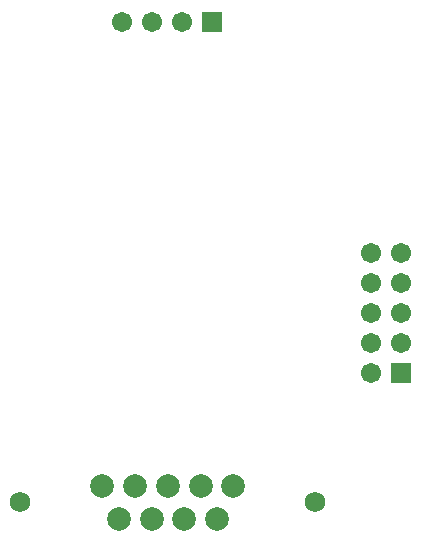
<source format=gbs>
G04*
G04 #@! TF.GenerationSoftware,Altium Limited,Altium Designer,20.0.13 (296)*
G04*
G04 Layer_Color=16711935*
%FSLAX25Y25*%
%MOIN*%
G70*
G01*
G75*
%ADD67C,0.06706*%
%ADD68R,0.06706X0.06706*%
%ADD69C,0.07887*%
%ADD70C,0.06800*%
%ADD71R,0.06706X0.06706*%
D67*
X161000Y83000D02*
D03*
X151000D02*
D03*
Y63000D02*
D03*
X161000D02*
D03*
X151000Y53000D02*
D03*
X161000D02*
D03*
X151000Y43000D02*
D03*
X161000Y73000D02*
D03*
X151000D02*
D03*
X88000Y160000D02*
D03*
X78000D02*
D03*
X68000D02*
D03*
D68*
X161000Y43000D02*
D03*
D69*
X99668Y-5600D02*
D03*
X88768D02*
D03*
X66968D02*
D03*
X77868D02*
D03*
X61468Y5600D02*
D03*
X72368D02*
D03*
X104968D02*
D03*
X94168D02*
D03*
X83268D02*
D03*
D70*
X132468Y0D02*
D03*
X34068D02*
D03*
D71*
X98000Y160000D02*
D03*
M02*

</source>
